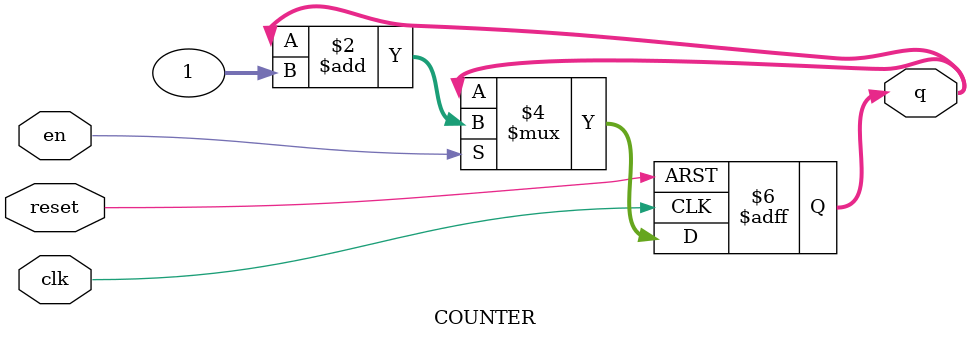
<source format=v>


module COUNTER #(parameter SIZE=32)(
    input clk, 
    input en, 
    input reset,
    output reg [SIZE-1:0] q
);
    
    always @ (posedge clk, posedge reset )
        if(reset)
            q <= 0;
        else begin
            if(en)
                q <= q + 1;
            else q <= q;
        end
endmodule
</source>
